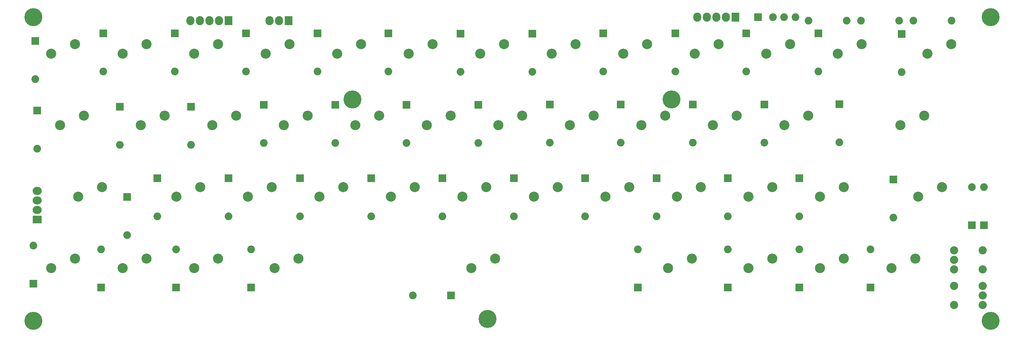
<source format=gbs>
G04 #@! TF.FileFunction,Soldermask,Bot*
%FSLAX46Y46*%
G04 Gerber Fmt 4.6, Leading zero omitted, Abs format (unit mm)*
G04 Created by KiCad (PCBNEW 4.0.4-stable) date Wednesday, 23 November 2016 'AMt' 09:19:53 AM*
%MOMM*%
%LPD*%
G01*
G04 APERTURE LIST*
%ADD10C,0.100000*%
%ADD11C,2.051000*%
%ADD12R,2.051000X2.051000*%
%ADD13C,2.686000*%
%ADD14C,2.178000*%
%ADD15C,4.800000*%
%ADD16R,2.127200X2.432000*%
%ADD17O,2.127200X2.432000*%
%ADD18R,2.432000X2.127200*%
%ADD19O,2.432000X2.127200*%
G04 APERTURE END LIST*
D10*
D11*
X20500000Y-68580000D03*
D12*
X20500000Y-58420000D03*
D11*
X21000000Y-87080000D03*
D12*
X21000000Y-76920000D03*
D11*
X45000000Y-110080000D03*
D12*
X45000000Y-99920000D03*
D11*
X20000000Y-112920000D03*
D12*
X20000000Y-123080000D03*
D11*
X38600000Y-66480000D03*
D12*
X38600000Y-56320000D03*
D11*
X43000000Y-86080000D03*
D12*
X43000000Y-75920000D03*
D11*
X53000000Y-105080000D03*
D12*
X53000000Y-94920000D03*
D11*
X38000000Y-113920000D03*
D12*
X38000000Y-124080000D03*
D11*
X57700000Y-66480000D03*
D12*
X57700000Y-56320000D03*
D11*
X62000000Y-86080000D03*
D12*
X62000000Y-75920000D03*
D11*
X72000000Y-105080000D03*
D12*
X72000000Y-94920000D03*
D11*
X58000000Y-113920000D03*
D12*
X58000000Y-124080000D03*
D11*
X76600000Y-66480000D03*
D12*
X76600000Y-56320000D03*
D11*
X81400000Y-85580000D03*
D12*
X81400000Y-75420000D03*
D11*
X91000000Y-105080000D03*
D12*
X91000000Y-94920000D03*
D11*
X78000000Y-113920000D03*
D12*
X78000000Y-124080000D03*
D11*
X95700000Y-66480000D03*
D12*
X95700000Y-56320000D03*
D11*
X100400000Y-85580000D03*
D12*
X100400000Y-75420000D03*
D11*
X110000000Y-105080000D03*
D12*
X110000000Y-94920000D03*
D11*
X114600000Y-66480000D03*
D12*
X114600000Y-56320000D03*
D11*
X119400000Y-85580000D03*
D12*
X119400000Y-75420000D03*
D11*
X129000000Y-105080000D03*
D12*
X129000000Y-94920000D03*
D11*
X121126250Y-126206250D03*
D12*
X131286250Y-126206250D03*
D11*
X133800000Y-66580000D03*
D12*
X133800000Y-56420000D03*
D11*
X138500000Y-85580000D03*
D12*
X138500000Y-75420000D03*
D11*
X148000000Y-105080000D03*
D12*
X148000000Y-94920000D03*
D11*
X152900000Y-66580000D03*
D12*
X152900000Y-56420000D03*
D11*
X157600000Y-85480000D03*
D12*
X157600000Y-75320000D03*
D11*
X167000000Y-105080000D03*
D12*
X167000000Y-94920000D03*
D11*
X171800000Y-66480000D03*
D12*
X171800000Y-56320000D03*
D11*
X176500000Y-85480000D03*
D12*
X176500000Y-75320000D03*
D11*
X186000000Y-105080000D03*
D12*
X186000000Y-94920000D03*
D11*
X181000000Y-113920000D03*
D12*
X181000000Y-124080000D03*
D11*
X191000000Y-66480000D03*
D12*
X191000000Y-56320000D03*
D11*
X195700000Y-85480000D03*
D12*
X195700000Y-75320000D03*
D11*
X205000000Y-105080000D03*
D12*
X205000000Y-94920000D03*
D11*
X205000000Y-113920000D03*
D12*
X205000000Y-124080000D03*
D11*
X209900000Y-66480000D03*
D12*
X209900000Y-56320000D03*
D11*
X214700000Y-85480000D03*
D12*
X214700000Y-75320000D03*
D11*
X224000000Y-105080000D03*
D12*
X224000000Y-94920000D03*
D11*
X224000000Y-113920000D03*
D12*
X224000000Y-124080000D03*
D11*
X229100000Y-66480000D03*
D12*
X229100000Y-56320000D03*
D11*
X234700000Y-85380000D03*
D12*
X234700000Y-75220000D03*
D11*
X249100000Y-105480000D03*
D12*
X249100000Y-95320000D03*
D11*
X243000000Y-113920000D03*
D12*
X243000000Y-124080000D03*
D11*
X251300000Y-66680000D03*
D12*
X251300000Y-56520000D03*
D11*
X273200000Y-97320000D03*
D12*
X273200000Y-107480000D03*
D11*
X270000000Y-97320000D03*
D12*
X270000000Y-107480000D03*
D11*
X226488750Y-53005000D03*
X236648750Y-53005000D03*
X240458750Y-53005000D03*
X250618750Y-53005000D03*
X254428750Y-53005000D03*
X264588750Y-53005000D03*
D13*
X31115000Y-59213750D03*
X24765000Y-61753750D03*
X50165000Y-59213750D03*
X43815000Y-61753750D03*
X69215000Y-59213750D03*
X62865000Y-61753750D03*
X88265000Y-59213750D03*
X81915000Y-61753750D03*
X107315000Y-59213750D03*
X100965000Y-61753750D03*
X126365000Y-59213750D03*
X120015000Y-61753750D03*
X145415000Y-59213750D03*
X139065000Y-61753750D03*
X164465000Y-59213750D03*
X158115000Y-61753750D03*
X183515000Y-59213750D03*
X177165000Y-61753750D03*
X202565000Y-59213750D03*
X196215000Y-61753750D03*
X221615000Y-59213750D03*
X215265000Y-61753750D03*
X240665000Y-59213750D03*
X234315000Y-61753750D03*
X264477500Y-59213750D03*
X258127500Y-61753750D03*
X33496250Y-78263750D03*
X27146250Y-80803750D03*
X54927500Y-78263750D03*
X48577500Y-80803750D03*
X73977500Y-78263750D03*
X67627500Y-80803750D03*
X93027500Y-78263750D03*
X86677500Y-80803750D03*
X112077500Y-78263750D03*
X105727500Y-80803750D03*
X131127500Y-78263750D03*
X124777500Y-80803750D03*
X150177500Y-78263750D03*
X143827500Y-80803750D03*
X169227500Y-78263750D03*
X162877500Y-80803750D03*
X188277500Y-78263750D03*
X181927500Y-80803750D03*
X207327500Y-78263750D03*
X200977500Y-80803750D03*
X226377500Y-78263750D03*
X220027500Y-80803750D03*
X257333750Y-78263750D03*
X250983750Y-80803750D03*
X38258750Y-97313750D03*
X31908750Y-99853750D03*
X64452500Y-97313750D03*
X58102500Y-99853750D03*
X83502500Y-97313750D03*
X77152500Y-99853750D03*
X102552500Y-97313750D03*
X96202500Y-99853750D03*
X121602500Y-97313750D03*
X115252500Y-99853750D03*
X140652500Y-97313750D03*
X134302500Y-99853750D03*
X159702500Y-97313750D03*
X153352500Y-99853750D03*
X178752500Y-97313750D03*
X172402500Y-99853750D03*
X197802500Y-97313750D03*
X191452500Y-99853750D03*
X216852500Y-97313750D03*
X210502500Y-99853750D03*
X235902500Y-97313750D03*
X229552500Y-99853750D03*
X262096250Y-97313750D03*
X255746250Y-99853750D03*
D14*
X272891250Y-114141250D03*
X272891250Y-119221250D03*
X265271250Y-119221250D03*
X265271250Y-116681250D03*
X265271250Y-114141250D03*
D13*
X31115000Y-116363750D03*
X24765000Y-118903750D03*
X50165000Y-116363750D03*
X43815000Y-118903750D03*
X69215000Y-116363750D03*
X62865000Y-118903750D03*
X90646250Y-116363750D03*
X84296250Y-118903750D03*
X143033750Y-116363750D03*
X136683750Y-118903750D03*
X195421250Y-116363750D03*
X189071250Y-118903750D03*
X216852500Y-116363750D03*
X210502500Y-118903750D03*
X235902500Y-116363750D03*
X229552500Y-118903750D03*
X254952500Y-116363750D03*
X248602500Y-118903750D03*
D14*
X265271250Y-128746250D03*
X265271250Y-123666250D03*
X272891250Y-123666250D03*
X272891250Y-126206250D03*
X272891250Y-128746250D03*
D15*
X20000000Y-52000000D03*
X20000000Y-133000000D03*
X275000000Y-133000000D03*
X105000000Y-74000000D03*
X141000000Y-132500000D03*
X275000000Y-52000000D03*
X190000000Y-74000000D03*
D16*
X72000000Y-53000000D03*
D17*
X69460000Y-53000000D03*
X66920000Y-53000000D03*
X64380000Y-53000000D03*
X61840000Y-53000000D03*
D16*
X88000000Y-53000000D03*
D17*
X85460000Y-53000000D03*
X82920000Y-53000000D03*
D16*
X207000000Y-52000000D03*
D17*
X204460000Y-52000000D03*
X201920000Y-52000000D03*
X199380000Y-52000000D03*
X196840000Y-52000000D03*
D12*
X213000000Y-52000000D03*
D11*
X223000000Y-52000000D03*
X220000000Y-52000000D03*
X217000000Y-52000000D03*
D18*
X21000000Y-106000000D03*
D19*
X21000000Y-103460000D03*
X21000000Y-100920000D03*
X21000000Y-98380000D03*
M02*

</source>
